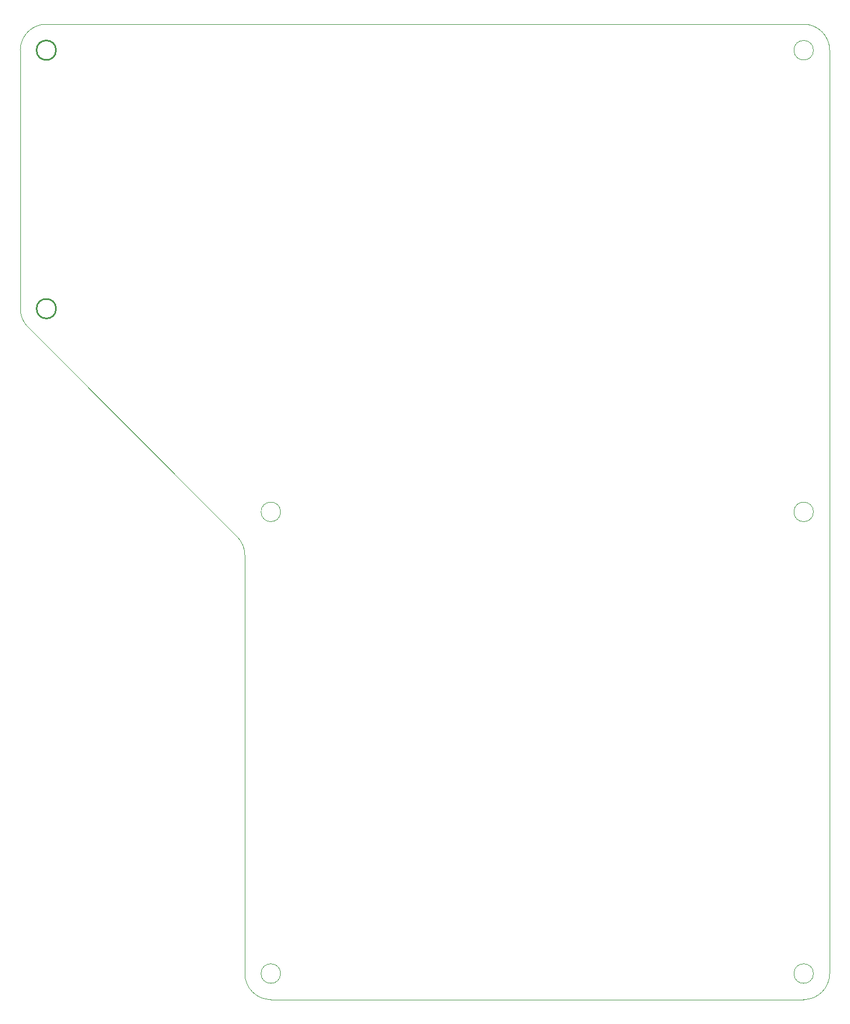
<source format=gm1>
G04*
G04 #@! TF.GenerationSoftware,Altium Limited,Altium Designer,21.8.1 (53)*
G04*
G04 Layer_Color=16711935*
%FSLAX44Y44*%
%MOMM*%
G71*
G04*
G04 #@! TF.SameCoordinates,B26C40CF-43AE-4B56-A471-EC5E2FB952F6*
G04*
G04*
G04 #@! TF.FilePolarity,Positive*
G04*
G01*
G75*
%ADD10C,0.2540*%
%ADD161C,0.0130*%
%ADD162C,0.0127*%
D10*
X109560Y1062560D02*
G03*
X109560Y1062560I-15000J0D01*
G01*
X109489Y1460063D02*
G03*
X109489Y1460063I-15000J0D01*
G01*
D161*
X54560Y1062560D02*
G03*
X66276Y1034276I40000J0D01*
G01*
X94489Y1500063D02*
G03*
X54489Y1460063I0J-40000D01*
G01*
X54489Y1062560D02*
X54489Y1460063D01*
X66276Y1034276D02*
X388348Y711779D01*
D162*
X1275063Y40064D02*
G03*
X1275063Y40064I-15000J0D01*
G01*
Y750063D02*
G03*
X1275063Y750063I-15000J0D01*
G01*
X455064Y40064D02*
G03*
X455064Y40064I-15000J0D01*
G01*
X1275063Y1460063D02*
G03*
X1275063Y1460063I-15000J0D01*
G01*
X455064Y750063D02*
G03*
X455064Y750063I-15000J0D01*
G01*
X1300063Y1460063D02*
G03*
X1260063Y1500063I-40000J0D01*
G01*
Y63D02*
G03*
X1300063Y40064I0J40000D01*
G01*
X400064D02*
G03*
X440064Y63I40000J0D01*
G01*
X400064Y683495D02*
G03*
X388348Y711779I-40000J-0D01*
G01*
X94489Y1500064D02*
X1260063Y1500063D01*
X1300063Y40064D02*
Y1460063D01*
X440064Y63D02*
X1260063D01*
X400064Y40064D02*
Y683495D01*
M02*

</source>
